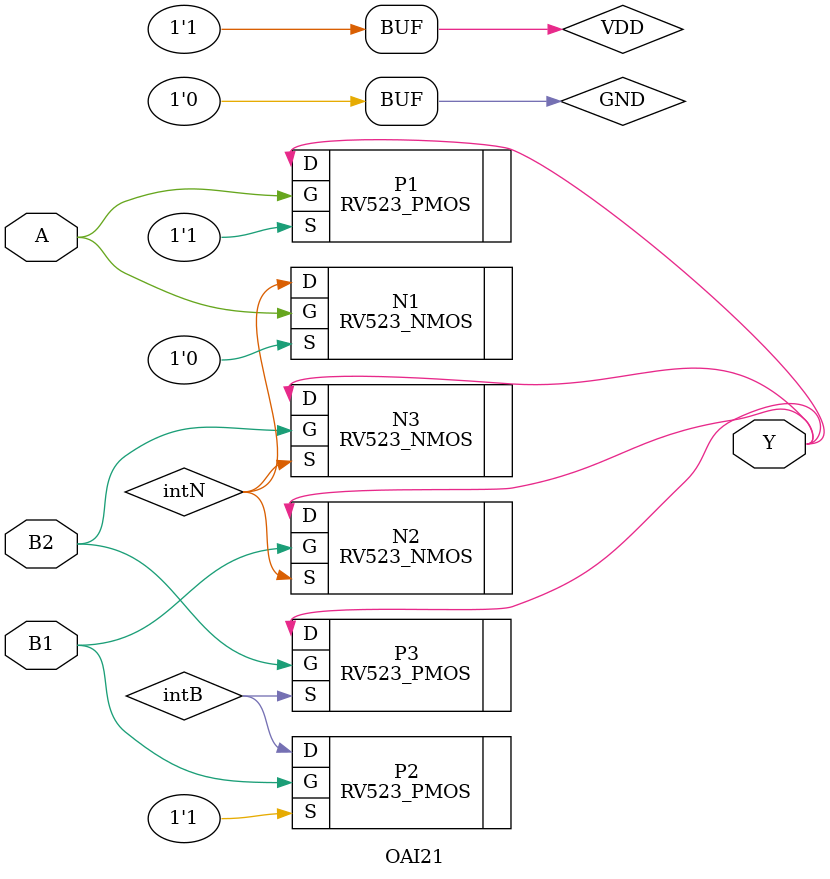
<source format=v>
(* pins = "-,A,-,B1,-,B2,Y" *)
module OAI21(
    output Y,
    input A,
    input B1,
    input B2
);
    supply1 VDD;
    supply0 GND;
    wire intB, intN;

    RV523_NMOS N1(
        .S(GND),
        .D(intN),
        .G(A)
    );
    RV523_NMOS N2(
        .S(intN),
        .D(Y),
        .G(B1)
    );
    RV523_NMOS N3(
        .S(intN),
        .D(Y),
        .G(B2)
    );
    RV523_PMOS P1(
        .S(VDD),
        .D(Y),
        .G(A)
    );
    RV523_PMOS P2(
        .S(VDD),
        .D(intB),
        .G(B1)
    );
    RV523_PMOS P3(
        .S(intB),
        .D(Y),
        .G(B2)
    );
endmodule
</source>
